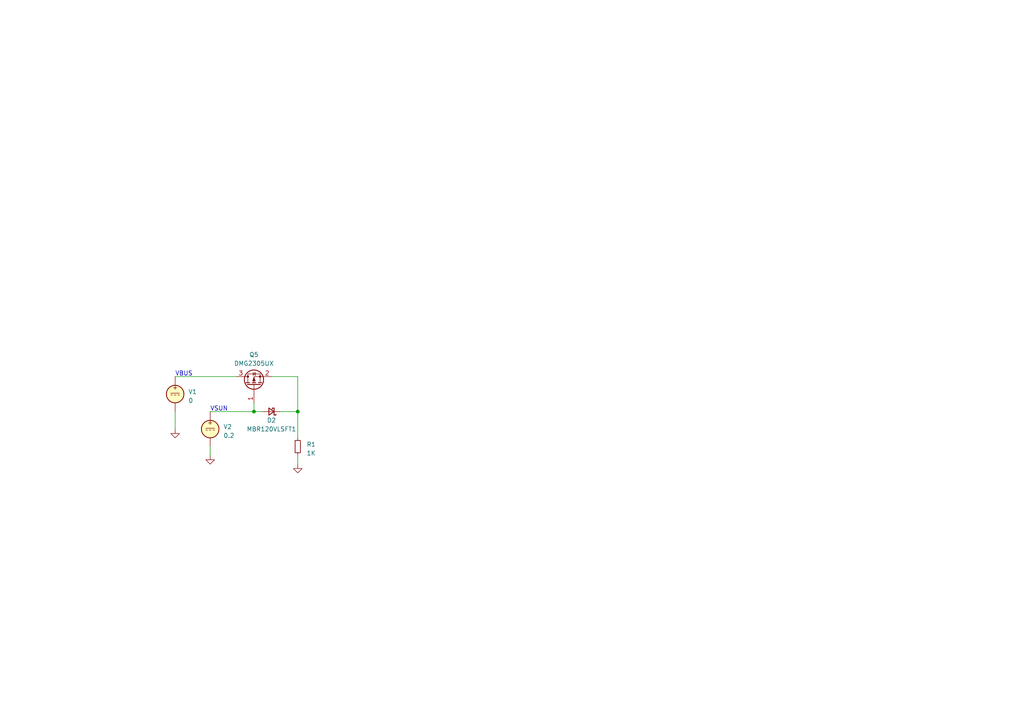
<source format=kicad_sch>
(kicad_sch (version 20230121) (generator eeschema)
  (paper "A4")
  (lib_symbols
    (symbol "D_Schottky_Small_1" (pin_numbers hide) (pin_names (offset 0.254) hide)
      (property "Reference" "D" (at -1.27 2.032 0))
      (property "Value" "D_Schottky_Small" (at -7.112 -2.032 0))
      (symbol "D_Schottky_Small_1_0_1"
        (polyline (pts (xy -0.762 0) (xy 0.762 0)))
        (polyline (pts (xy 0.762 -1.016) (xy -0.762 0) (xy 0.762 1.016) (xy 0.762 -1.016)) (stroke (width 0.254)))
        (polyline (pts (xy -1.27 0.762) (xy -1.27 1.016) (xy -0.762 1.016) (xy -0.762 -1.016) (xy -0.254 -1.016) (xy -0.254 -0.762)) (stroke (width 0.254)))
      )
      (symbol "D_Schottky_Small_1_1_1"
        (pin passive line (at -2.54 0 0) (length 1.778) (name "K") (number "1"))
        (pin passive line (at 2.54 0 180) (length 1.778) (name "A") (number "2"))
      )
    )
    (symbol "Device:R_Small" (pin_numbers hide) (pin_names (offset 0.254) hide)
      (property "Reference" "R" (at 0.762 0.508 0))
      (property "Value" "R_Small" (at 0.762 -1.016 0))
      (symbol "R_Small_0_1"
        (rectangle (start -0.762 1.778) (end 0.762 -1.778) (stroke (width 0.2032)))
      )
      (symbol "R_Small_1_1"
        (pin passive line (at 0 2.54 270) (length 0.762) (name "~") (number "1"))
        (pin passive line (at 0 -2.54 90) (length 0.762) (name "~") (number "2"))
      )
    )
    (symbol "Simulation_SPICE:VDC" (pin_numbers hide) (pin_names (offset 0.0254))
      (property "Reference" "V" (at 2.54 2.54 0))
      (property "Value" "1" (at 2.54 0 0))
      (symbol "VDC_0_0"
        (polyline (pts (xy -1.27 0.254) (xy 1.27 0.254)))
        (polyline (pts (xy -0.762 -0.254) (xy -1.27 -0.254)))
        (polyline (pts (xy 0.254 -0.254) (xy -0.254 -0.254)))
        (polyline (pts (xy 1.27 -0.254) (xy 0.762 -0.254)))
        (text "+" (at 0 1.905 0) (effects (font (size 1.27 1.27))))
      )
      (symbol "VDC_0_1"
        (circle (center 0 0) (radius 2.54) (stroke (width 0.254)) (fill (type background)))
      )
      (symbol "VDC_1_1"
        (pin passive line (at 0 5.08 270) (length 2.54) (name "~") (number "1"))
        (pin passive line (at 0 -5.08 90) (length 2.54) (name "~") (number "2"))
      )
    )
    (symbol "Transistor_FET:DMG2301L" (pin_names hide)
      (property "Reference" "Q" (at 5.08 1.905 0))
      (property "Value" "DMG2301L" (at 5.08 0 0))
      (symbol "DMG2301L_0_1"
        (polyline (pts (xy 0.254 0) (xy -2.54 0)))
        (polyline (pts (xy 0.254 1.905) (xy 0.254 -1.905)) (stroke (width 0.254)))
        (polyline (pts (xy 0.762 -1.27) (xy 0.762 -2.286)) (stroke (width 0.254)))
        (polyline (pts (xy 0.762 0.508) (xy 0.762 -0.508)) (stroke (width 0.254)))
        (polyline (pts (xy 0.762 2.286) (xy 0.762 1.27)) (stroke (width 0.254)))
        (polyline (pts (xy 2.54 2.54) (xy 2.54 1.778)))
        (polyline (pts (xy 2.54 -2.54) (xy 2.54 0) (xy 0.762 0)))
        (polyline (pts (xy 0.762 1.778) (xy 3.302 1.778) (xy 3.302 -1.778) (xy 0.762 -1.778)))
        (polyline (pts (xy 2.286 0) (xy 1.27 0.381) (xy 1.27 -0.381) (xy 2.286 0)) (fill (type outline)))
        (polyline (pts (xy 2.794 -0.508) (xy 2.921 -0.381) (xy 3.683 -0.381) (xy 3.81 -0.254)))
        (polyline (pts (xy 3.302 -0.381) (xy 2.921 0.254) (xy 3.683 0.254) (xy 3.302 -0.381)))
        (circle (center 1.651 0) (radius 2.794) (stroke (width 0.254)))
        (circle (center 2.54 -1.778) (radius 0.254) (fill (type outline)))
        (circle (center 2.54 1.778) (radius 0.254) (fill (type outline)))
      )
      (symbol "DMG2301L_1_1"
        (pin input line (at -5.08 0 0) (length 2.54) (name "G") (number "1"))
        (pin passive line (at 2.54 -5.08 90) (length 2.54) (name "S") (number "2"))
        (pin passive line (at 2.54 5.08 270) (length 2.54) (name "D") (number "3"))
      )
    )
    (symbol "power:GND" (power) (pin_names (offset 0))
      (property "Value" "GND" (at 0 -3.81 0))
      (symbol "GND_0_1"
        (polyline (pts (xy 0 0) (xy 0 -1.27) (xy 1.27 -1.27) (xy 0 -2.54) (xy -1.27 -1.27) (xy 0 -1.27)))
      )
      (symbol "GND_1_1"
        (pin power_in line (at 0 0 270) (length 0) hide (name "GND") (number "1"))
      )
    )
  )
  (junction (at 73.66 119.38))
  (junction (at 86.36 119.38))
  (wire (pts (xy 73.66 119.38) (xy 73.66 116.84)))
  (wire (pts (xy 73.66 119.38) (xy 76.2 119.38)))
  (wire (pts (xy 60.96 119.38) (xy 73.66 119.38)))
  (wire (pts (xy 78.74 109.22) (xy 86.36 109.22)))
  (wire (pts (xy 50.8 119.38) (xy 50.8 124.46)))
  (wire (pts (xy 81.28 119.38) (xy 86.36 119.38)))
  (wire (pts (xy 60.96 129.54) (xy 60.96 132.08)))
  (wire (pts (xy 86.36 132.08) (xy 86.36 134.62)))
  (wire (pts (xy 86.36 109.22) (xy 86.36 119.38)))
  (wire (pts (xy 86.36 119.38) (xy 86.36 127)))
  (wire (pts (xy 50.8 109.22) (xy 68.58 109.22)))
  (text "VBUS" (at 50.8 109.22 0) (effects (font (size 1.27 1.27)) (justify left bottom)))
  (text "VSUN" (at 60.96 119.38 0) (effects (font (size 1.27 1.27)) (justify left bottom)))
  (symbol (lib_id "Device:R_Small") (at 86.36 129.54 0) (unit 1)
    (property "Reference" "R1" (at 88.9 128.905 0) (effects (justify left)))
    (property "Value" "1K" (at 88.9 131.445 0) (effects (justify left)))
  )
  (symbol (lib_id "power:GND") (at 86.36 134.62 0) (unit 1)
    (property "Reference" "#PWR02" (effects hide))
    (property "Value" "GND" (effects hide))
  )
  (symbol (lib_name "D_Schottky_Small_1") (lib_id "Device:D_Schottky_Small") (at 78.74 119.38 180) (unit 1)
    (property "Reference" "D2" (at 78.74 121.92 0))
    (property "Value" "MBR120VLSFT1" (at 78.74 124.46 0))
    (property "Sim.Library" "spice/MBR120VLSFT1.LIB" (effects hide))
    (property "Sim.Name" "Dmbr120vlsft1" (effects hide))
    (property "Sim.Device" "D" (effects hide))
    (property "Sim.Pins" "1=K 2=A" (effects hide))
    (property "Sim.Params" "is=17.5638u rs=0.0175923 n=1.04878 tt=0 cjo=497.61p vj=0.4 m=0.492923 eg=0.621492 xti=1.80698 kf=0 af=1 fc=0.5 bv=20 ibv=0.0001" (effects hide))
  )
  (symbol (lib_id "power:GND") (at 60.96 132.08 0) (unit 1)
    (property "Reference" "#PWR018" (effects hide))
    (property "Value" "GND" (effects hide))
  )
  (symbol (lib_id "Transistor_FET:DMG2301L") (at 73.66 111.76 90) (unit 1)
    (property "Reference" "Q5" (at 73.66 102.87 90))
    (property "Value" "DMG2305UX" (at 73.66 105.41 90))
    (property "Footprint" "Package_TO_SOT_SMD:SOT-23" (effects hide))
    (property "Datasheet" "https://www.diodes.com/assets/Datasheets/DMG2301L.pdf" (effects hide))
    (property "Sim.Library" "spice/DMG2305UX.spice.txt" (effects hide))
    (property "Sim.Name" "DMG2305UX" (effects hide))
    (property "Sim.Device" "SUBCKT" (effects hide))
    (property "Sim.Pins" "1=20 2=30 3=10" (effects hide))
  )
  (symbol (lib_id "power:GND") (at 50.8 124.46 0) (unit 1)
    (property "Reference" "#PWR01" (effects hide))
    (property "Value" "GND" (effects hide))
  )
  (symbol (lib_id "Simulation_SPICE:VDC") (at 60.96 124.46 0) (unit 1)
    (property "Reference" "V2" (at 64.77 123.7892 0) (effects (justify left)))
    (property "Value" "0.2" (at 64.77 126.3292 0) (effects (justify left)))
    (property "Sim.Pins" "1=+ 2=-" (effects hide))
    (property "Sim.Type" "DC" (effects hide))
    (property "Sim.Device" "V" (effects hide))
  )
  (symbol (lib_id "Simulation_SPICE:VDC") (at 50.8 114.3 0) (unit 1)
    (property "Reference" "V1" (at 54.61 113.6292 0) (effects (justify left)))
    (property "Value" "0" (at 54.61 116.1692 0) (effects (justify left)))
    (property "Sim.Pins" "1=+ 2=-" (effects hide))
    (property "Sim.Type" "DC" (effects hide))
    (property "Sim.Device" "V" (effects hide))
  )
)
</source>
